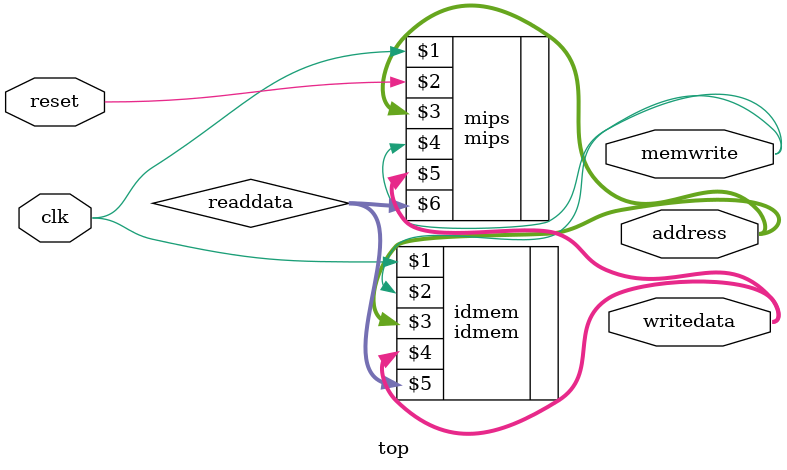
<source format=v>
`timescale 1ns / 1ps
`include "mips.v"
`include "idmem.v"

module top(
    input clk, reset,
    output [31:0] writedata,
    output [31:0] address,
    output memwrite
    );
    
wire [31:0] readdata;

mips mips (clk, reset, address, memwrite,  writedata, readdata);

idmem idmem (clk, memwrite, address, writedata, readdata);

endmodule

</source>
